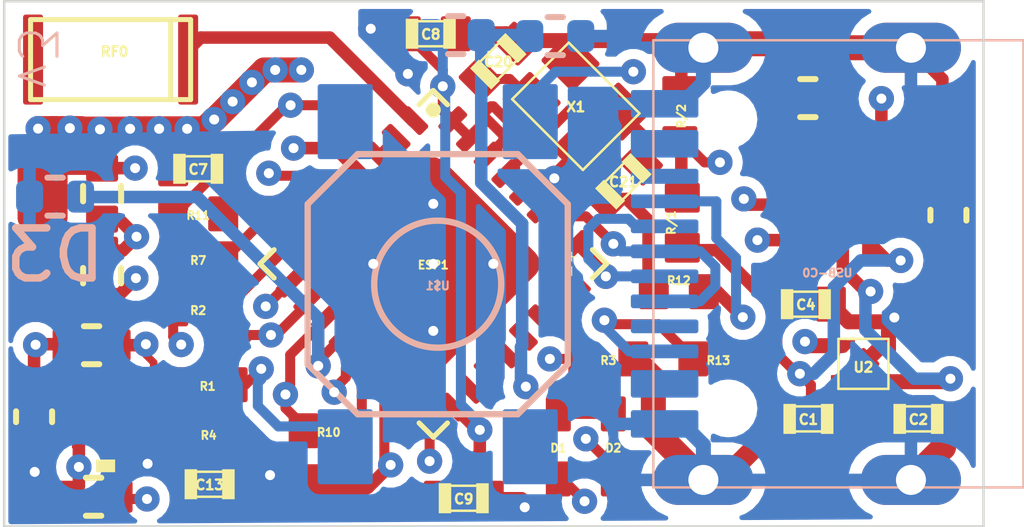
<source format=kicad_pcb>
(kicad_pcb (version 20221018) (generator pcbnew)
  (layers (0 "F.Cu" signal) (1 "In1.Cu" signal) (2 "In2.Cu" signal) (31 "B.Cu" signal) (34 "B.Paste" user) (35 "F.Paste" user) (36 "B.SilkS" user "B.Silkscreen") (37 "F.SilkS" user "F.Silkscreen") (38 "B.Mask" user) (39 "F.Mask" user) (44 "Edge.Cuts" user))
  (net 0 "")
  (net 1 "GND")
  (net 2 "+3V3")
  (net 3 "Net-(C20-2)")
  (net 4 "Net-(C21-2)")
  (net 5 "/EN_LDO")
  (net 6 "Net-(D2-PadA)")
  (net 7 "Net-(ESP1-LNA_IN)")
  (net 8 "/EN")
  (net 10 "unconnected-(ESP1-SPIHD-Pad19)")
  (net 13 "VPP")
  (net 14 "+VBAT")
  (net 18 "/RX")
  (net 19 "/TX")
  (net 20 "Net-(R1-Pad2)")
  (net 21 "Net-(USB-C0-CC1)")
  (net 22 "Net-(USB-C0-CC2)")
  (net 26 "/GPIO19_DP")
  (net 27 "/GPIO18_DM")
  (net 28 "/GPIO6_DIN")
  (net 29 "/GPIO5_BUTTON")
  (net 30 "/GPIO4_ADC")
  (net 31 "/GPIO3_LATCH")
  (net 32 "/GPIO2_STRP")
  (net 33 "/GPIO0_CS0")
  (net 34 "/GPIO1_CS1")
  (net 35 "/GPIO10_SCL")
  (net 36 "/GPIO9_STRP_SDA")
  (net 37 "/GPIO8_STRP")
  (net 38 "/GPIO7_CSEND")
  (net 42 "Net-(L_RX_1-S)")
  (net 43 "Net-(U3-ISEL2)")
  (net 44 "Net-(D4-K)")
  (footprint "Solderpad:Solderpad_1.5_1.0" (layer "F.Cu") (at 144.42 109.54)
    (fp_text reference "GPIO9" hide)
    (fp_text value "TP/SP-1.5X1.0" hide)
  )
  (footprint "footprints:MC3635_MEM-L" (layer "F.Cu") (at 139.95 107.9884 180)
    (fp_text reference "U1" hide)
    (fp_text value "MC3635" hide)
  )
  (footprint "C0402_S" (layer "F.Cu") (at 142.03 109.41 180)
    (fp_text reference "C13")
    (fp_text value "C0402_1u" hide)
  )
  (footprint "R0402" (layer "F.Cu") (at 150.0011 106.9036 180)
    (fp_text reference "R3")
    (fp_text value "R0402_1M" hide)
  )
  (footprint "R0402" (layer "F.Cu") (at 144.41 108.34)
    (fp_text reference "R10")
    (fp_text value "R0402_10K" hide)
  )
  (footprint "C0402_S" (layer "F.Cu") (at 156.2011 108.1036 180)
    (fp_text reference "C2")
    (fp_text value "C0402_1u" hide)
  )
  (footprint "SOLDERPAD_1.5X1.0" (layer "F.Cu") (at 154.0011 109.4036 90)
    (fp_text reference "BAT+0" hide)
    (fp_text value "TP/SP-1.5X1.0" hide)
  )
  (footprint "Solderpad:R_0402_1005Metric" (layer "F.Cu") (at 139.67 106.63)
    (fp_text reference "R5" hide)
    (fp_text value "R0402_4.7k" hide)
  )
  (footprint "Solderpad:Solderpad_1.5_1.0" (layer "F.Cu") (at 156.73 105.87 90)
    (fp_text reference "L_RX_1" hide)
    (fp_text value "TP/SP-1.5X1.0" hide)
  )
  (footprint "Solderpad:Solderpad_1.5_1.0" (layer "F.Cu") (at 138.66 103.51 -90)
    (fp_text reference "CAPSENS_PAD_0" hide)
    (fp_text value "TP/SP-1.5X1.0" hide)
  )
  (footprint "Solderpad:Solderpad_1.5_1.0" (layer "F.Cu") (at 156.65 102.17 -90)
    (fp_text reference "L_RX_2" hide)
    (fp_text value "TP/SP-1.5X1.0" hide)
  )
  (footprint "R0402" (layer "F.Cu") (at 152.2011 106.9036)
    (fp_text reference "R13")
    (fp_text value "R0402_5.1k" hide)
  )
  (footprint "C0402_S" (layer "F.Cu") (at 147.11 109.69 180)
    (fp_text reference "C9")
    (fp_text value "C0402_100n" hide)
  )
  (footprint "R0402" (layer "F.Cu") (at 141.8011 105.9036)
    (fp_text reference "R2")
    (fp_text value "R0402_1k" hide)
  )
  (footprint "R0402" (layer "F.Cu") (at 142.01 108.4 180)
    (fp_text reference "R4")
    (fp_text value "R0402_10k" hide)
  )
  (footprint "R0402" (layer "F.Cu") (at 151.41 105.56 180)
    (fp_text reference "R12")
    (fp_text value "R0402_5.1k" hide)
  )
  (footprint "XTYL_2016" (layer "F.Cu") (at 149.3511 101.8536 -45)
    (fp_text reference "X1")
    (fp_text value "XTAL_2016" hide)
  )
  (footprint "Solderpad:Solderpad_1.5_1.0" (layer "F.Cu") (at 138.72 105.32 90)
    (fp_text reference "CAPSENS_PAD_1" hide)
    (fp_text value "TP/SP-1.5X1.0" hide)
  )
  (footprint "C0402_S" (layer "F.Cu") (at 146.4511 100.4036 180)
    (fp_text reference "C8")
    (fp_text value "C0402_100n" hide)
  )
  (footprint "SOD523" (layer "F.Cu") (at 150.1011 108.6036 -90)
    (fp_text reference "D2")
    (fp_text value "4148" hide)
  )
  (footprint "Capacitor_SMD:C_0402_1005Metric" (layer "F.Cu") (at 156.8 104.03 -90)
    (fp_text reference "C4" hide)
    (fp_text value "C0402_33n" hide)
  )
  (footprint "R0402" (layer "F.Cu") (at 141.8011 104.0036)
    (fp_text reference "R11")
    (fp_text value "R0402_10K" hide)
  )
  (footprint "TDFN4" (layer "F.Cu") (at 155.1011 107.0036 90)
    (fp_text reference "U2")
    (fp_text value "MIC5504" hide)
  )
  (footprint "SOD523" (layer "F.Cu") (at 149.0011 108.6036 -90)
    (fp_text reference "D1")
    (fp_text value "4148" hide)
  )
  (footprint "R0402" (layer "F.Cu") (at 151.43 102.05 90)
    (fp_text reference "R/2")
    (fp_text value "R0402_250k" hide)
  )
  (footprint "C0402_S" (layer "F.Cu") (at 150.3011 103.3536 45)
    (fp_text reference "C21")
    (fp_text value "C0402_10PF" hide)
  )
  (footprint "SOLDERPAD_1.5X1.0" (layer "F.Cu") (at 154.0011 100.6036 90)
    (fp_text reference "BAT-0" hide)
    (fp_text value "TP/SP-1.5X1.0" hide)
  )
  (footprint "C0402_S" (layer "F.Cu") (at 154.0011 108.1036)
    (fp_text reference "C1")
    (fp_text value "C0402_1u" hide)
  )
  (footprint "Resistor_SMD:R_0402_1005Metric" (layer "F.Cu") (at 153.99 101.69 180)
    (fp_text reference "D4" hide)
    (fp_text value "LED SMLP14ECNWT86" hide)
  )
  (footprint "ANT3216LL00R2400A" (layer "F.Cu") (at 140.05 100.92 -90)
    (fp_text reference "RF0")
    (fp_text value "ANT3216LL00R2400A" hide)
  )
  (footprint "R0402" (layer "F.Cu") (at 151.48 104.18 90)
    (fp_text reference "R/1")
    (fp_text value "R0402_1M" hide)
  )
  (footprint "footprints_LTC:LTC4124EV-TRMPBF" (layer "F.Cu") (at 154.4383 103.65 -90)
    (fp_text reference "U3" hide)
    (fp_text value "LTC4124EV-TRMPBF" hide)
  )
  (footprint "R0402" (layer "F.Cu") (at 141.99 107.42)
    (fp_text reference "R1")
    (fp_text value "R0402_1k" hide)
  )
  (footprint "Solderpad:R_0402_1005Metric" (layer "F.Cu") (at 139.88 103.6 -90)
    (fp_text reference "R8" hide)
    (fp_text value "R0402_1M" hide)
  )
  (footprint "R0402" (layer "F.Cu") (at 141.8011 104.9036)
    (fp_text reference "R7")
    (fp_text value "R0402_10k" hide)
  )
  (footprint "C0402_S" (layer "F.Cu") (at 153.95 105.81 180)
    (fp_text reference "C4")
    (fp_text value "C-EU-0402-WOKEEPOUT_S" hide)
  )
  (footprint "Solderpad:R_0402_1005Metric" (layer "F.Cu") (at 139.71 109.66)
    (fp_text reference "R6" hide)
    (fp_text value "R0402_4.7k" hide)
  )
  (footprint "C0402_S" (layer "F.Cu") (at 141.8011 103.1036)
    (fp_text reference "C7")
    (fp_text value "C0402_10u" hide)
  )
  (footprint "Solderpad:R_0402_1005Metric" (layer "F.Cu") (at 139.88 105.24 -90)
    (fp_text reference "R9" hide)
    (fp_text value "R0402_1M" hide)
  )
  (footprint "QFN32" (layer "F.Cu") (at 146.5011 105.0036 -45)
    (fp_text reference "ESP1")
    (fp_text value "ESP32_C3_QFN32" hide)
  )
  (footprint "C0402_S" (layer "F.Cu") (at 147.8011 100.9536 -135)
    (fp_text reference "C20")
    (fp_text value "C0402_10PF" hide)
  )
  (footprint "Capacitor_SMD:C_0402_1005Metric" (layer "F.Cu") (at 138.52 108.06 90)
    (fp_text reference "C3" hide)
    (fp_text value "C0402_100n" hide)
  )
  (footprint "Resistor_SMD:R_0402_1005Metric" (layer "B.Cu") (at 138.94 103.66)
    (fp_text reference "D3")
    (fp_text value "LED SMLP14ECNWT86" hide)
  )
  (footprint "BUTTON_ST-1187-3" (layer "B.Cu") (at 146.59 105.41 90)
    (fp_text reference "U$1")
    (fp_text value "BUTTON_ST-1187-3" hide)
  )
  (footprint "Resistor_SMD:R_0402_1005Metric" (layer "B.Cu") (at 148.94 100.45)
    (fp_text reference "R16" hide)
    (fp_text value "JMPR0402_50mA" hide)
  )
  (footprint "USBC_C393939" (layer "B.Cu") (at 151.9011 105.0036 -90)
    (fp_text reference "USB-C0")
    (fp_text value "USB_C_C393939" hide)
  )
  (footprint "Resistor_SMD:R_0402_1005Metric" (layer "B.Cu") (at 146.95 100.43 180)
    (fp_text reference "R15" hide)
    (fp_text value "JMPR0402_100mA" hide)
  )
  (gr_line (start 157.5011 99.7536) (end 137.922 99.7536) (stroke (width 0.05)) (layer "Edge.Cuts"))
  (gr_line (start 157.5011 110.2536) (end 157.5011 99.7536) (stroke (width 0.05)) (layer "Edge.Cuts"))
  (gr_line (start 137.922 110.2536) (end 157.5011 110.2536) (stroke (width 0.05)) (layer "Edge.Cuts"))
  (gr_line (start 137.922 99.7536) (end 137.922 110.2536) (stroke (width 0.05)) (layer "Edge.Cuts"))
  (gr_text "v3\n" (at 138.57 100.89 270) (layer "B.SilkS") (effects (font (size 0.752978 0.752978) (thickness 0.059822)) (justify mirror)))
  (gr_text "-+" (at 149.2511 105.0036 90) (layer "F.SilkS") (effects (font (size 0.23368 0.23368) (thickness 0.02032))))
  (segment (start 142.120832 102.117974) (end 142.132026 102.117974) (width 0.5) (layer "F.Cu") (net 1))
  (segment (start 155.6011 106.1036) (end 155.5423 106.1624) (width 0.3) (layer "F.Cu") (net 1))
  (segment (start 141.3011 103.1036) (end 141.2011 103.0036) (width 0.3) (layer "F.Cu") (net 1))
  (segment (start 155.4511 106.6536) (end 155.6011 106.6536) (width 0.3) (layer "F.Cu") (net 1))
  (segment (start 155.79 103.4) (end 155.91 103.4) (width 0.25) (layer "F.Cu") (net 1))
  (segment (start 140.44 102.3036) (end 141.02 102.3036) (width 0.5) (layer "F.Cu") (net 1))
  (segment (start 140.522701 108.615) (end 140.4961 108.615) (width 0.25) (layer "F.Cu") (net 1))
  (segment (start 138.6 102.3) (end 138.95 102.3) (width 0.5) (layer "F.Cu") (net 1))
  (segment (start 155.9711 100.6036) (end 156.0511 100.6836) (width 0.5) (layer "F.Cu") (net 1))
  (segment (start 155.91 103.4) (end 156.68 102.63) (width 0.25) (layer "F.Cu") (net 1))
  (segment (start 142.58 109.4036) (end 142.58 108.47) (width 0.5) (layer "F.Cu") (net 1))
  (segment (start 148.9211 103.27355) (end 148.9211 103.2936) (width 0.3) (layer "F.Cu") (net 1))
  (segment (start 143.2376 109.2276) (end 143.0616 109.4036) (width 0.5) (layer "F.Cu") (net 1))
  (segment (start 143.1226 101.1274) (end 143.34 101.1274) (width 0.5) (layer "F.Cu") (net 1))
  (segment (start 156.7011 108.6736) (end 156.7011 108.1036) (width 0.5) (layer "F.Cu") (net 1))
  (segment (start 148.2147 100.54) (end 148.154653 100.600047) (width 0.3) (layer "F.Cu") (net 1))
  (segment (start 149.947543 103.227863) (end 149.947543 103.707157) (width 0.3) (layer "F.Cu") (net 1))
  (segment (start 156.65 103.4) (end 155.627601 103.4) (width 0.25) (layer "F.Cu") (net 1))
  (segment (start 147.61 109.69) (end 148.270458 109.69) (width 0.25) (layer "F.Cu") (net 1))
  (segment (start 153.2276 107.8301) (end 153.5011 108.1036) (width 0.3) (layer "F.Cu") (net 1))
  (segment (start 153.2276 107.4301) (end 153.2276 107.8301) (width 0.3) (layer "F.Cu") (net 1))
  (segment (start 150.805 105.455) (end 150.91 105.56) (width 0.25) (layer "F.Cu") (net 1))
  (segment (start 156.68 102.63) (end 156.68 102.21) (width 0.25) (layer "F.Cu") (net 1))
  (segment (start 146.9511 100.4036) (end 147.958206 100.4036) (width 0.3) (layer "F.Cu") (net 1))
  (segment (start 154.314374 100.6836) (end 156.0511 100.6836) (width 0.5) (layer "F.Cu") (net 1))
  (segment (start 152.7011 106.9036) (end 153.2276 107.4301) (width 0.3) (layer "F.Cu") (net 1))
  (segment (start 155.6011 106.6536) (end 155.6011 106.1036) (width 0.3) (layer "F.Cu") (net 1))
  (segment (start 138.52 108.54) (end 138.8716 108.1884) (width 0.15) (layer "F.Cu") (net 1))
  (segment (start 138.8716 108.1884) (end 139.4039 108.1884) (width 0.15) (layer "F.Cu") (net 1))
  (segment (start 141.3011 102.5825) (end 141.58 102.3036) (width 0.3) (layer "F.Cu") (net 1))
  (segment (start 140.79 109) (end 140.79 108.882299) (width 0.25) (layer "F.Cu") (net 1))
  (segment (start 154.8024 106.1624) (end 154.45 105.81) (width 0.3) (layer "F.Cu") (net 1))
  (segment (start 149.457165 102.737485) (end 149.947543 103.227863) (width 0.3) (layer "F.Cu") (net 1))
  (segment (start 155.6285 106.0762) (end 155.6011 106.1036) (width 0.25) (layer "F.Cu") (net 1))
  (segment (start 151.46 101.1247) (end 151.9011 100.6836) (width 0.25) (layer "F.Cu") (net 1))
  (segment (start 155.1011 107.0036) (end 155.4511 106.6536) (width 0.3) (layer "F.Cu") (net 1))
  (segment (start 143.34 101.1274) (end 143.862662 101.1274) (width 0.5) (layer "F.Cu") (net 1))
  (segment (start 140.078699 102.326001) (end 140.1011 102.3036) (width 0.2) (layer "F.Cu") (net 1))
  (segment (start 140.1011 102.3036) (end 140.44 102.3036) (width 0.2) (layer "F.Cu") (net 1))
  (segment (start 141.02 102.3036) (end 141.58 102.3036) (width 0.5) (layer "F.Cu") (net 1))
  (segment (start 156.68 101.3125) (end 156.0511 100.6836) (width 0.25) (layer "F.Cu") (net 1))
  (segment (start 151.7575 100.54) (end 148.2147 100.54) (width 0.3) (layer "F.Cu") (net 1))
  (segment (start 138.532409 109.162963) (end 138.52 109.150554) (width 0.25) (layer "F.Cu") (net 1))
  (segment (start 150.5011 106.9036) (end 150.9011 107.3036) (width 0.5) (layer "F.Cu") (net 1))
  (segment (start 139.48 102.31) (end 140.4336 102.31) (width 0.5) (layer "F.Cu") (net 1))
  (segment (start 150.805 104.140342) (end 150.805 105.455) (width 0.25) (layer "F.Cu") (net 1))
  (segment (start 149.947547 103.707153) (end 150.371811 103.707153) (width 0.25) (layer "F.Cu") (net 1))
  (segment (start 151.9811 100.6036) (end 154.0011 100.6036) (width 0.5) (layer "F.Cu") (net 1))
  (segment (start 154.8286 103.43) (end 154.93 103.43) (width 0.15) (layer "F.Cu") (net 1))
  (segment (start 142.875 101.375) (end 143.1226 101.1274) (width 0.5) (layer "F.Cu") (net 1))
  (segment (start 152.2811 109.3236) (end 151.9011 109.3236) (width 0.5) (layer "F.Cu") (net 1))
  (segment (start 154.6086 103.65) (end 154.8286 103.43) (width 0.15) (layer "F.Cu") (net 1))
  (segment (start 151.9011 100.6836) (end 151.7575 100.54) (width 0.3) (layer "F.Cu") (net 1))
  (segment (start 142.132026 102.117974) (end 142.49 101.76) (width 0.5) (layer "F.Cu") (net 1))
  (segment (start 140.4336 102.31) (end 140.44 102.3036) (width 0.5) (layer "F.Cu") (net 1))
  (segment (start 138.52 109.150554) (end 138.52 108.54) (width 0.25) (layer "F.Cu") (net 1))
  (segment (start 155.5423 106.1624) (end 154.8024 106.1624) (width 0.3) (layer "F.Cu") (net 1))
  (segment (start 156.8 103.55) (end 156.65 103.4) (width 0.25) (layer "F.Cu") (net 1))
  (segment (start 140.79 108.882299) (end 140.522701 108.615) (width 0.25) (layer "F.Cu") (net 1))
  (segment (start 142.49 101.76) (end 142.875 101.375) (width 0.5) (layer "F.Cu") (net 1))
  (segment (start 143.862662 101.1274) (end 143.86312 101.126942) (width 0.5) (layer "F.Cu") (net 1))
  (segment (start 154.4383 103.65) (end 154.6086 103.65) (width 0.25) (layer "F.Cu") (net 1))
  (segment (start 138.87 102.3) (end 139.47 102.3) (width 0.5) (layer "F.Cu") (net 1))
  (segment (start 155.744249 106.0762) (end 155.6285 106.0762) (width 0.25) (layer "F.Cu") (net 1))
  (segment (start 150.371811 103.707153) (end 150.805 104.140342) (width 0.25) (layer "F.Cu") (net 1))
  (segment (start 141.58 102.3036) (end 141.935206 102.3036) (width 0.5) (layer "F.Cu") (net 1))
  (segment (start 142.58 108.47) (end 142.51 108.4) (width 0.5) (layer "F.Cu") (net 1))
  (segment (start 156.0511 109.3236) (end 156.7011 108.6736) (width 0.5) (layer "F.Cu") (net 1))
  (segment (start 147.958206 100.4036) (end 148.154653 100.600047) (width 0.3) (layer "F.Cu") (net 1))
  (segment (start 156.68 102.21) (end 156.68 101.3125) (width 0.25) (layer "F.Cu") (net 1))
  (segment (start 143.0616 109.4036) (end 142.58 109.4036) (width 0.5) (layer "F.Cu") (net 1))
  (segment (start 151.46 101.58) (end 151.46 101.1247) (width 0.25) (layer "F.Cu") (net 1))
  (segment (start 150.9011 107.3036) (end 150.9011 108.3236) (width 0.5) (layer "F.Cu") (net 1))
  (segment (start 149.457165 102.737485) (end 148.9211 103.27355) (width 0.3) (layer "F.Cu") (net 1))
  (segment (start 141.935206 102.3036) (end 142.120832 102.117974) (width 0.5) (layer "F.Cu") (net 1))
  (segment (start 148.270458 109.69) (end 148.315956 109.735498) (width 0.25) (layer "F.Cu") (net 1))
  (segment (start 150.9011 108.3236) (end 151.9011 109.3236) (width 0.5) (layer "F.Cu") (net 1))
  (segment (start 153.5011 108.1036) (end 152.2811 109.3236) (width 0.4) (layer "F.Cu") (net 1))
  (segment (start 151.9011 100.6836) (end 151.9811 100.6036) (width 0.5) (layer "F.Cu") (net 1))
  (segment (start 156.7835 108.0212) (end 156.7011 108.1036) (width 0.5) (layer "F.Cu") (net 1))
  (segment (start 141.3011 103.1036) (end 141.3011 102.5825) (width 0.3) (layer "F.Cu") (net 1))
  (via (at 148.9211 103.2936) (size 0.5048) (drill 0.2) (layers "F.Cu" "B.Cu") (net 1))
  (via (at 146.5011 105.0036) (size 0.5048) (drill 0.2) (layers "F.Cu" "B.Cu") (net 1))
  (via (at 143.86312 101.126942) (size 0.5048) (drill 0.2) (layers "F.Cu" "B.Cu") (net 1))
  (via (at 140.44 102.3036) (size 0.5048) (drill 0.2) (layers "F.Cu" "B.Cu") (net 1))
  (via (at 143.2376 109.2276) (size 0.5048) (drill 0.2) (layers "F.Cu" "B.Cu") (net 1))
  (via (at 141.02 102.3036) (size 0.5048) (drill 0.2) (layers "F.Cu" "B.Cu") (net 1))
  (via (at 142.120832 102.117974) (size 0.5048) (drill 0.2) (layers "F.Cu" "B.Cu") (net 1))
  (via (at 146.5011 103.8036) (size 0.5048) (drill 0.2) (layers "F.Cu" "B.Cu") (net 1))
  (via (at 139.235745 102.290884) (size 0.5048) (drill 0.2) (layers "F.Cu" "B.Cu") (net 1))
  (via (at 145.2511 100.3036) (size 0.5048) (drill 0.2) (layers "F.Cu" "B.Cu") (net 1))
  (via (at 146.5011 106.3436) (size 0.5048) (drill 0.2) (layers "F.Cu" "B.Cu") (net 1))
  (via (at 143.34 101.1274) (size 0.5048) (drill 0.2) (layers "F.Cu" "B.Cu") (net 1))
  (via (at 145.3011 105.0036) (size 0.5048) (drill 0.2) (layers "F.Cu" "B.Cu") (net 1))
  (via (at 139.837692 102.314308) (size 0.5048) (drill 0.2) (layers "F.Cu" "B.Cu") (net 1))
  (via (at 148.33 109.87) (size 0.5048) (drill 0.2) (layers "F.Cu" "B.Cu") (net 1))
  (via (at 142.49 101.76) (size 0.5048) (drill 0.2) (layers "F.Cu" "B.Cu") (net 1))
  (via (at 142.875 101.375) (size 0.5048) (drill 0.2) (layers "F.Cu" "B.Cu") (net 1))
  (via (at 138.532409 109.162963) (size 0.5048) (drill 0.2) (layers "F.Cu" "B.Cu") (net 1))
  (via (at 155.719063 106.076958) (size 0.5048) (drill 0.2) (layers "F.Cu" "B.Cu") (net 1))
  (via (at 140.79 109) (size 0.5048) (drill 0.2) (layers "F.Cu" "B.Cu") (net 1))
  (via (at 141.58 102.3036) (size 0.5048) (drill 0.2) (layers "F.Cu" "B.Cu") (net 1))
  (via (at 145.993538 101.206) (size 0.5048) (drill 0.2) (layers "F.Cu" "B.Cu") (net 1))
  (via (at 138.6 102.3) (size 0.5048) (drill 0.2) (layers "F.Cu" "B.Cu") (net 1))
  (via (at 147.7011 105.0036) (size 0.5048) (drill 0.2) (layers "F.Cu" "B.Cu") (net 1))
  (segment (start 151.9011 101.3836) (end 151.4811 101.8036) (width 0.3) (layer "B.Cu") (net 1))
  (segment (start 151.1261 108.2036) (end 151.4811 108.2036) (width 0.3) (layer "B.Cu") (net 1))
  (segment (start 151.9011 108.6236) (end 151.4811 108.2036) (width 0.3) (layer "B.Cu") (net 1))
  (segment (start 151.9011 101.3836) (end 151.9011 100.6836) (width 0.3) (layer "B.Cu") (net 1))
  (segment (start 151.9011 108.6236) (end 151.9011 109.3236) (width 0.3) (layer "B.Cu") (net 1))
  (segment (start 151.1261 101.8036) (end 151.4811 101.8036) (width 0.3) (layer "B.Cu") (net 1))
  (segment (start 147.4311 108.3236) (end 147.4311 108.78763) (width 0.25) (layer "F.Cu") (net 2))
  (segment (start 155.147275 105.556005) (end 154.6883 105.09703) (width 0.25) (layer "F.Cu") (net 2))
  (segment (start 139.2 109.66) (end 139.0648 109.66) (width 0.25) (layer "F.Cu") (net 2))
  (segment (start 153.48 101.69) (end 153.48 102.540001) (width 0.25) (layer "F.Cu") (net 2))
  (segment (start 143.545803 107.614754) (end 143.545803 107.885803) (width 0.2) (layer "F.Cu") (net 2))
  (segment (start 153.59 101.7) (end 153.58 101.69) (width 0.25) (layer "F.Cu") (net 2))
  (segment (start 156.78 107.36) (end 156.84 107.3) (width 0.3) (layer "F.Cu") (net 2))
  (segment (start 153.5366 102.899999) (end 153.688299 102.7483) (width 0.25) (layer "F.Cu") (net 2))
  (segment (start 146.6911 101.1236) (end 146.6911 101.4536) (width 0.2) (layer "F.Cu") (net 2))
  (segment (start 138.55 106.62) (end 138.56 106.61) (width 0.25) (layer "F.Cu") (net 2))
  (segment (start 155.188301 102.7483) (end 155.46 102.476601) (width 0.25) (layer "F.Cu") (net 2))
  (segment (start 155.6011 108.0036) (end 155.7011 108.1036) (width 0.3) (layer "F.Cu") (net 2))
  (segment (start 143.6487 101.832203) (end 144.390366 101.832203) (width 0.2) (layer "F.Cu") (net 2))
  (segment (start 146.59 109.71) (end 146.61 109.69) (width 0.25) (layer "F.Cu") (net 2))
  (segment (start 155.244347 105.556005) (end 155.147275 105.556005) (width 0.25) (layer "F.Cu") (net 2))
  (segment (start 154.1883 102.7483) (end 153.688299 102.7483) (width 0.25) (layer "F.Cu") (net 2))
  (segment (start 153.5366 103.4) (end 153.5366 103.8203) (width 0.25) (layer "F.Cu") (net 2))
  (segment (start 139.415665 109.063902) (end 139.415665 109.444335) (width 0.25) (layer "F.Cu") (net 2))
  (segment (start 146.6911 101.94091) (end 146.6911 101.4536) (width 0.2) (layer "F.Cu") (net 2))
  (segment (start 155.6011 107.3536) (end 155.6011 108.0036) (width 0.3) (layer "F.Cu") (net 2))
  (segment (start 147.243563 102.493372) (end 146.89001 102.139819) (width 0.2) (layer "F.Cu") (net 2))
  (segment (start 144.344425 106.118787) (end 144.344425 106.099612) (width 0.2) (layer "F.Cu") (net 2))
  (segment (start 155.645 107.36) (end 156.78 107.36) (width 0.3) (layer "F.Cu") (net 2))
  (segment (start 142.2411 103.1036) (end 142.3011 103.1036) (width 0.2) (layer "F.Cu") (net 2))
  (segment (start 138.52 106.65) (end 138.56 106.61) (width 0.25) (layer "F.Cu") (net 2))
  (segment (start 143.64 106.823212) (end 144.344425 106.118787) (width 0.2) (layer "F.Cu") (net 2))
  (segment (start 138.96 106.61) (end 139.4039 107.0539) (width 0.15) (layer "F.Cu") (net 2))
  (segment (start 145.9511 100.4036) (end 145.9711 100.4036) (width 0.2) (layer "F.Cu") (net 2))
  (segment (start 155.46 102.476601) (end 155.46 101.7) (width 0.25) (layer "F.Cu") (net 2))
  (segment (start 152.825645 103.8203) (end 153.5366 103.8203) (width 0.25) (layer "F.Cu") (net 2))
  (segment (start 141.3411 104.0036) (end 142.2411 103.1036) (width 0.2) (layer "F.Cu") (net 2))
  (segment (start 153.5366 103.4) (end 153.5366 102.899999) (width 0.25) (layer "F.Cu") (net 2))
  (segment (start 146.89001 102.139819) (end 146.6911 101.94091) (width 0.2) (layer "F.Cu") (net 2))
  (segment (start 154.1883 104.5517) (end 154.6883 104.5517) (width 0.25) (layer "F.Cu") (net 2))
  (segment (start 138.56 106.61) (end 138.96 106.61) (width 0.25) (layer "F.Cu") (net 2))
  (segment (start 153.58 101.69) (end 153.48 101.69) (width 0.25) (layer "F.Cu") (net 2))
  (segment (start 146.89001 107.867381) (end 146.894882 107.867381) (width 0.2) (layer "F.Cu") (net 2))
  (segment (start 147.3511 108.3236) (end 147.4311 108.3236) (width 0.2) (layer "F.Cu") (net 2))
  (segment (start 152.710287 103.704942) (end 152.825645 103.8203) (width 0.25) (layer "F.Cu") (net 2))
  (segment (start 139.4039 107.388401) (end 139.4039 107.7884) (width 0.15) (layer "F.Cu") (net 2))
  (segment (start 154.6883 105.09703) (end 154.6883 104.5517) (width 0.25) (layer "F.Cu") (net 2))
  (segment (start 141.3011 104.0036) (end 141.3411 104.0036) (width 0.2) (layer "F.Cu") (net 2))
  (segment (start 143.545803 107.614754) (end 143.64 107.520557) (width 0.2) (layer "F.Cu") (net 2))
  (segment (start 153.48 102.540001) (end 153.688299 102.7483) (width 0.25) (layer "F.Cu") (net 2))
  (segment (start 138.52 107.58) (end 138.52 106.65) (width 0.25) (layer "F.Cu") (net 2))
  (segment (start 141.3011 104.0036) (end 141.3011 104.9036) (width 0.3) (layer "F.Cu") (net 2))
  (segment (start 155.7011 107.98822) (end 155.7011 108.1036) (width 0.25) (layer "F.Cu") (net 2))
  (segment (start 146.61 109.60873) (end 146.61 109.69) (width 0.25) (layer "F.Cu") (net 2))
  (segment (start 139.415665 109.444335) (end 139.2 109.66) (width 0.25) (layer "F.Cu") (net 2))
  (segment (start 143.6487 101.832203) (end 143.572497 101.832203) (width 0.2) (layer "F.Cu") (net 2))
  (segment (start 143.64 107.520557) (end 143.64 106.823212) (width 0.2) (layer "F.Cu") (net 2))
  (segment (start 139.415665 108.626765) (end 139.4039 108.615) (width 0.25) (layer "F.Cu") (net 2))
  (segment (start 145.405088 102.846925) (end 145.758641 102.493372) (width 0.2) (layer "F.Cu") (net 2))
  (segment (start 145.9711 100.4036) (end 146.6911 101.1236) (width 0.2) (layer "F.Cu") (net 2))
  (segment (start 139.415665 109.234335) (end 139.415665 108.626765) (width 0.25) (layer "F.Cu") (net 2))
  (segment (start 139.4039 107.0539) (end 139.4039 107.388401) (width 0.15) (layer "F.Cu") (net 2))
  (segment (start 147.3511 108.3236) (end 146.894882 107.867381) (width 0.2) (layer "F.Cu") (net 2))
  (segment (start 143.572497 101.832203) (end 142.3011 103.1036) (width 0.2) (layer "F.Cu") (net 2))
  (segment (start 144.390366 101.832203) (end 145.405088 102.846925) (width 0.2) (layer "F.Cu") (net 2))
  (segment (start 143.545803 107.885803) (end 143.99 108.33) (width 0.2) (layer "F.Cu") (net 2))
  (segment (start 147.4311 108.78763) (end 146.61 109.60873) (width 0.25) (layer "F.Cu") (net 2))
  (segment (start 146.56 109.71) (end 146.59 109.71) (width 0.25) (layer "F.Cu") (net 2))
  (via (at 152.710287 103.704942) (size 0.5048) (drill 0.2) (layers "F.Cu" "B.Cu") (net 2))
  (via (at 156.84 107.3) (size 0.5048) (drill 0.2) (layers "F.Cu" "B.Cu") (net 2))
  (via (at 147.4311 108.3236) (size 0.5048) (drill 0.2) (layers "F.Cu" "B.Cu") (net 2))
  (via (at 143.6487 101.832203) (size 0.5048) (drill 0.2) (layers "F.Cu" "B.Cu") (net 2))
  (via (at 143.545803 107.614754) (size 0.5048) (drill 0.2) (layers "F.Cu" "B.Cu") (net 2))
  (via (at 139.415665 109.063902) (size 0.5048) (drill 0.2) (layers "F.Cu" "B.Cu") (net 2))
  (via (at 155.244347 105.556005) (size 0.5048) (drill 0.2) (layers "F.Cu" "B.Cu") (net 2))
  (via (at 146.6911 101.4536) (size 0.5048) (drill 0.2) (layers "F.Cu" "B.Cu") (net 2))
  (via (at 138.55 106.62) (size 0.5048) (drill 0.2) (layers "F.Cu" "B.Cu") (net 2))
  (via (at 155.46 101.7) (size 0.5048) (drill 0.2) (layers "F.Cu" "B.Cu") (net 2))
  (segment (start 155.244347 105.556005) (end 155.141663 105.658689) (width 0.25) (layer "B.Cu") (net 2))
  (segment (start 146.74 103.261288) (end 146.74 101.5025) (width 0.2) (layer "B.Cu") (net 2))
  (segment (start 147.0535 107.8135) (end 147.0535 103.574788) (width 0.2) (layer "B.Cu") (net 2))
  (segment (start 155.141663 106.321663) (end 156.12 107.3) (width 0.25) (layer "B.Cu") (net 2))
  (segment (start 147.4311 108.1911) (end 147.0535 107.8135) (width 0.2) (layer "B.Cu") (net 2))
  (segment (start 156.12 107.3) (end 156.84 107.3) (width 0.25) (layer "B.Cu") (net 2))
  (segment (start 155.141663 105.658689) (end 155.141663 106.321663) (width 0.25) (layer "B.Cu") (net 2))
  (segment (start 143.6487 101.832203) (end 143.542797 101.832203) (width 0.2) (layer "B.Cu") (net 2))
  (segment (start 146.6911 100.6811) (end 146.44 100.43) (width 0.2) (layer "B.Cu") (net 2))
  (segment (start 146.6911 101.4536) (end 146.6911 100.6811) (width 0.2) (layer "B.Cu") (net 2))
  (segment (start 147.4311 108.3236) (end 147.4311 108.1911) (width 0.2) (layer "B.Cu") (net 2))
  (segment (start 143.545803 107.614754) (end 143.648416 107.512141) (width 0.2) (layer "B.Cu") (net 2))
  (segment (start 147.0535 103.574788) (end 146.74 103.261288) (width 0.2) (layer "B.Cu") (net 2))
  (segment (start 146.74 101.5025) (end 146.6911 101.4536) (width 0.2) (layer "B.Cu") (net 2))
  (segment (start 147.6511 101.8536) (end 147.7011 101.8536) (width 0.2) (layer "F.Cu") (net 3))
  (segment (start 148.026837 101.307157) (end 148.467215 101.747535) (width 0.2) (layer "F.Cu") (net 3))
  (segment (start 147.5211 102.0536) (end 147.9011 102.4336) (width 0.2) (layer "F.Cu") (net 3))
  (segment (start 148.11115 102.1036) (end 148.467215 101.747535) (width 0.2) (layer "F.Cu") (net 3))
  (segment (start 147.9011 102.542938) (end 147.597112 102.846925) (width 0.2) (layer "F.Cu") (net 3))
  (segment (start 147.5211 101.9836) (end 147.6511 101.8536) (width 0.2) (layer "F.Cu") (net 3))
  (segment (start 147.447547 101.307157) (end 148.026837 101.307157) (width 0.2) (layer "F.Cu") (net 3))
  (segment (start 147.5211 102.0536) (end 147.5211 101.9836) (width 0.2) (layer "F.Cu") (net 3))
  (segment (start 147.9511 102.1036) (end 148.11115 102.1036) (width 0.2) (layer "F.Cu") (net 3))
  (segment (start 147.9011 102.4336) (end 147.9011 102.542938) (width 0.2) (layer "F.Cu") (net 3))
  (segment (start 147.7011 101.8536) (end 147.9511 102.1036) (width 0.2) (layer "F.Cu") (net 3))
  (segment (start 150.654653 102.379341) (end 150.654653 103.000047) (width 0.2) (layer "F.Cu") (net 4))
  (segment (start 150.234981 101.959669) (end 150.654653 102.379341) (width 0.2) (layer "F.Cu") (net 4))
  (segment (start 147.950668 103.200479) (end 149.221478 101.929669) (width 0.2) (layer "F.Cu") (net 4))
  (segment (start 150.204981 101.929669) (end 149.221478 101.929669) (width 0.2) (layer "F.Cu") (net 4))
  (segment (start 150.204981 101.929669) (end 150.234981 101.959669) (width 0.2) (layer "F.Cu") (net 4))
  (segment (start 149.5011 107.4036) (end 149.5011 106.9036) (width 0.2) (layer "F.Cu") (net 5))
  (segment (start 149.0011 108.0036) (end 149.0011 107.9036) (width 0.2) (layer "F.Cu") (net 5))
  (segment (start 149.0011 108.0036) (end 150.1011 108.0036) (width 0.2) (layer "F.Cu") (net 5))
  (segment (start 154.015 106.64) (end 154.665 106.64) (width 0.3) (layer "F.Cu") (net 5))
  (segment (start 153.9324 106.5576) (end 154.0284 106.6536) (width 0.2) (layer "F.Cu") (net 5))
  (segment (start 149.5011 106.9036) (end 148.832759 106.9036) (width 0.2) (layer "F.Cu") (net 5))
  (segment (start 148.832759 106.9036) (end 148.831928 106.904431) (width 0.2) (layer "F.Cu") (net 5))
  (segment (start 149.5011 107.4036) (end 149.0011 107.9036) (width 0.2) (layer "F.Cu") (net 5))
  (via (at 153.9324 106.5576) (size 0.5048) (drill 0.2) (layers "F.Cu" "B.Cu") (net 5))
  (via (at 148.831928 106.904431) (size 0.5048) (drill 0.2) (layers "F.Cu" "B.Cu") (net 5))
  (segment (start 141.3011 106.457263) (end 141.3011 105.9036) (width 0.2) (layer "F.Cu") (net 6))
  (segment (start 149.551475 108.502012) (end 150.1011 109.051637) (width 0.2) (layer "F.Cu") (net 6))
  (segment (start 141.461437 106.6176) (end 141.3011 106.457263) (width 0.2) (layer "F.Cu") (net 6))
  (segment (start 150.1011 109.051637) (end 150.1011 109.3036) (width 0.2) (layer "F.Cu") (net 6))
  (via (at 149.551475 108.502012) (size 0.5048) (drill 0.2) (layers "F.Cu" "B.Cu") (net 6))
  (via (at 141.461437 106.6176) (size 0.5048) (drill 0.2) (layers "F.Cu" "B.Cu") (net 6))
  (segment (start 146.112194 102.139819) (end 146.089819 102.139819) (width 0.25) (layer "F.Cu") (net 7))
  (segment (start 141.61 100.72) (end 141.61 100.95) (width 0.25) (layer "F.Cu") (net 7))
  (segment (start 144.43 100.48) (end 141.85 100.48) (width 0.25) (layer "F.Cu") (net 7))
  (segment (start 141.85 100.48) (end 141.61 100.72) (width 0.25) (layer "F.Cu") (net 7))
  (segment (start 146.089819 102.139819) (end 144.43 100.48) (width 0.25) (layer "F.Cu") (net 7))
  (segment (start 143.1549 104.0798) (end 142.3311 104.9036) (width 0.2) (layer "F.Cu") (net 8))
  (segment (start 143.809532 104.0798) (end 143.1549 104.0798) (width 0.2) (layer "F.Cu") (net 8))
  (segment (start 142.3311 104.9036) (end 142.3011 104.9036) (width 0.2) (layer "F.Cu") (net 8))
  (segment (start 143.990872 104.261141) (end 143.809532 104.0798) (width 0.2) (layer "F.Cu") (net 8))
  (segment (start 147.610276 107.160276) (end 147.597116 107.160276) (width 0.2) (layer "F.Cu") (net 10))
  (segment (start 154.0511 107.4211) (end 154.0511 107.607686) (width 0.2) (layer "F.Cu") (net 14))
  (segment (start 153.38 106.804682) (end 153.775318 107.2) (width 0.2) (layer "F.Cu") (net 14))
  (segment (start 155.845189 104.936042) (end 155.572643 104.936042) (width 0.25) (layer "F.Cu") (net 14))
  (segment (start 153.216567 105.78) (end 153.61 105.78) (width 0.25) (layer "F.Cu") (net 14))
  (segment (start 155.572643 104.936042) (end 155.188301 104.5517) (width 0.25) (layer "F.Cu") (net 14))
  (segment (start 153.775318 107.2) (end 153.83 107.2) (width 0.2) (layer "F.Cu") (net 14))
  (segment (start 153.83 107.2) (end 154.0511 107.4211) (width 0.2) (layer "F.Cu") (net 14))
  (segment (start 152.166567 104.73) (end 153.216567 105.78) (width 0.25) (layer "F.Cu") (net 14))
  (segment (start 153.38 106.09) (end 153.38 106.804682) (width 0.2) (layer "F.Cu") (net 14))
  (segment (start 151.48 104.73) (end 152.166567 104.73) (width 0.25) (layer "F.Cu") (net 14))
  (segment (start 153.59 105.88) (end 153.38 106.09) (width 0.2) (layer "F.Cu") (net 14))
  (segment (start 154.5011 108.9036) (end 154.5011 108.1036) (width 0.25) (layer "F.Cu") (net 14))
  (segment (start 154.0011 109.4036) (end 154.5011 108.9036) (width 0.25) (layer "F.Cu") (net 14))
  (segment (start 154.6011 107.3536) (end 154.6011 108.0036) (width 0.3) (layer "F.Cu") (net 14))
  (segment (start 154.0511 107.607686) (end 154.222014 107.7786) (width 0.2) (layer "F.Cu") (net 14))
  (segment (start 154.6011 108.0036) (end 154.5011 108.1036) (width 0.3) (layer "F.Cu") (net 14))
  (segment (start 154.222014 107.7786) (end 154.6011 107.7786) (width 0.2) (layer "F.Cu") (net 14))
  (via (at 153.83 107.2) (size 0.5048) (drill 0.2) (layers "F.Cu" "B.Cu") (net 14))
  (via (at 150.5011 101.1622) (size 0.5048) (drill 0.2) (layers "F.Cu" "B.Cu") (net 14))
  (via (at 155.845189 104.936042) (size 0.5048) (drill 0.2) (layers "F.Cu" "B.Cu") (net 14))
  (segment (start 154.5098 105.473633) (end 154.5098 106.796767) (width 0.25) (layer "B.Cu") (net 14))
  (segment (start 155.047391 104.936042) (end 154.5098 105.473633) (width 0.25) (layer "B.Cu") (net 14))
  (segment (start 154.106567 107.2) (end 153.83 107.2) (width 0.25) (layer "B.Cu") (net 14))
  (segment (start 148.3511 101.7536) (end 148.9425 101.1622) (width 0.2) (layer "B.Cu") (net 14))
  (segment (start 154.5098 106.796767) (end 154.106567 107.2) (width 0.25) (layer "B.Cu") (net 14))
  (segment (start 155.845189 104.936042) (end 155.047391 104.936042) (width 0.25) (layer "B.Cu") (net 14))
  (segment (start 148.9425 101.1622) (end 150.5011 101.1622) (width 0.2) (layer "B.Cu") (net 14))
  (segment (start 143.061549 107.102656) (end 142.744205 107.42) (width 0.2) (layer "F.Cu") (net 20))
  (segment (start 142.3175 107.42) (end 142.3011 107.4036) (width 0.2) (layer "F.Cu") (net 20))
  (segment (start 142.744205 107.42) (end 142.3175 107.42) (width 0.2) (layer "F.Cu") (net 20))
  (via (at 143.061549 107.102656) (size 0.5048) (drill 0.2) (layers "F.Cu" "B.Cu") (net 20))
  (segment (start 142.993403 107.380085) (end 142.993403 107.843566) (width 0.2) (layer "B.Cu") (net 20))
  (segment (start 143.403437 108.2536) (end 144.6511 108.2536) (width 0.2) (layer "B.Cu") (net 20))
  (segment (start 143.061549 107.102656) (end 143.061549 107.311939) (width 0.2) (layer "B.Cu") (net 20))
  (segment (start 142.993403 107.843566) (end 143.403437 108.2536) (width 0.2) (layer "B.Cu") (net 20))
  (segment (start 143.061549 107.311939) (end 142.993403 107.380085) (width 0.2) (layer "B.Cu") (net 20))
  (segment (start 152.18 105.56) (end 152.69 106.07) (width 0.25) (layer "F.Cu") (net 21))
  (segment (start 151.91 105.56) (end 152.18 105.56) (width 0.25) (layer "F.Cu") (net 21))
  (segment (start 152.1011 105.457686) (end 152.1011 105.5036) (width 0.2) (layer "F.Cu") (net 21))
  (via (at 152.69 106.07) (size 0.5048) (drill 0.2) (layers "F.Cu" "B.Cu") (net 21))
  (segment (start 151.1261 103.7536) (end 152.160034 103.7536) (width 0.2) (layer "B.Cu") (net 21))
  (segment (start 152.554113 104.882683) (end 152.554113 105.934113) (width 0.2) (layer "B.Cu") (net 21))
  (segment (start 152.554113 105.934113) (end 152.69 106.07) (width 0.2) (layer "B.Cu") (net 21))
  (segment (start 152.160034 103.7536) (end 152.160034 104.488604) (width 0.2) (layer "B.Cu") (net 21))
  (segment (start 152.160034 104.488604) (end 152.554113 104.882683) (width 0.2) (layer "B.Cu") (net 21))
  (segment (start 150.001978 106.21) (end 151.0075 106.21) (width 0.2) (layer "F.Cu") (net 22))
  (segment (start 149.922593 106.130615) (end 150.001978 106.21) (width 0.2) (layer "F.Cu") (net 22))
  (segment (start 151.0075 106.21) (end 151.7011 106.9036) (width 0.2) (layer "F.Cu") (net 22))
  (via (at 149.922593 106.130615) (size 0.5048) (drill 0.2) (layers "F.Cu" "B.Cu") (net 22))
  (segment (start 149.922593 106.258507) (end 150.417686 106.7536) (width 0.2) (layer "B.Cu") (net 22))
  (segment (start 149.922593 106.130615) (end 149.922593 106.258507) (width 0.2) (layer "B.Cu") (net 22))
  (segment (start 150.417686 106.7536) (end 151.1261 106.7536) (width 0.2) (layer "B.Cu") (net 22))
  (segment (start 149.011328 104.261141) (end 149.218868 104.0536) (width 0.2) (layer "F.Cu") (net 26))
  (segment (start 149.5511 104.0536) (end 150.1011 104.6036) (width 0.2) (layer "F.Cu") (net 26))
  (segment (start 149.218868 104.0536) (end 149.5511 104.0536) (width 0.2) (layer "F.Cu") (net 26))
  (via (at 150.1011 104.6036) (size 0.5048) (drill 0.2) (layers "F.Cu" "B.Cu") (net 26))
  (segment (start 151.834514 105.7536) (end 151.1261 105.7536) (width 0.2) (layer "B.Cu") (net 26))
  (segment (start 151.1261 104.7536) (end 150.2511 104.7536) (width 0.2) (layer "B.Cu") (net 26))
  (segment (start 150.2511 104.7536) (end 150.1011 104.6036) (width 0.2) (layer "B.Cu") (net 26))
  (segment (start 151.1261 104.7536) (end 151.834514 104.7536) (width 0.2) (layer "B.Cu") (net 26))
  (segment (start 152.14 105.448114) (end 151.834514 105.7536) (width 0.2) (layer "B.Cu") (net 26))
  (segment (start 152.14 105.059086) (end 152.14 105.448114) (width 0.2) (layer "B.Cu") (net 26))
  (segment (start 151.834514 104.7536) (end 152.14 105.059086) (width 0.2) (layer "B.Cu") (net 26))
  (segment (start 149.9511 105.200912) (end 149.9511 105.2536) (width 0.2) (layer "F.Cu") (net 27))
  (segment (start 149.364881 104.614694) (end 149.9511 105.200912) (width 0.2) (layer "F.Cu") (net 27))
  (via (at 149.9511 105.2536) (size 0.5048) (drill 0.2) (layers "F.Cu" "B.Cu") (net 27))
  (segment (start 149.6011 104.3036) (end 149.8011 104.1036) (width 0.2) (layer "B.Cu") (net 27))
  (segment (start 149.6011 104.9036) (end 149.6011 104.3036) (width 0.2) (layer "B.Cu") (net 27))
  (segment (start 151.1261 105.2536) (end 149.9511 105.2536) (width 0.2) (layer "B.Cu") (net 27))
  (segment (start 149.8011 104.1036) (end 150.4011 104.1036) (width 0.2) (layer "B.Cu") (net 27))
  (segment (start 150.5511 104.2536) (end 151.1261 104.2536) (width 0.2) (layer "B.Cu") (net 27))
  (segment (start 149.9511 105.2536) (end 149.6011 104.9036) (width 0.2) (layer "B.Cu") (net 27))
  (segment (start 150.4011 104.1036) (end 150.5511 104.2536) (width 0.2) (layer "B.Cu") (net 27))
  (segment (start 144.200816 107.043609) (end 144.200816 106.950331) (width 0.2) (layer "F.Cu") (net 28))
  (segment (start 144.200816 106.950331) (end 144.697979 106.453168) (width 0.2) (layer "F.Cu") (net 28))
  (via (at 144.200816 107.043609) (size 0.5048) (drill 0.2) (layers "F.Cu" "B.Cu") (net 28))
  (segment (start 141.781467 103.6674) (end 144.200816 106.086749) (width 0.25) (layer "B.Cu") (net 28))
  (segment (start 139.45 103.66) (end 139.4574 103.6674) (width 0.25) (layer "B.Cu") (net 28))
  (segment (start 139.4574 103.6674) (end 141.781467 103.6674) (width 0.25) (layer "B.Cu") (net 28))
  (segment (start 144.200816 106.086749) (end 144.200816 107.043609) (width 0.25) (layer "B.Cu") (net 28))
  (segment (start 141.3011 108.4036) (end 141.52 108.1847) (width 0.2) (layer "F.Cu") (net 29))
  (segment (start 143.990872 105.79504) (end 143.990872 105.746059) (width 0.2) (layer "F.Cu") (net 29))
  (segment (start 141.54 109.1647) (end 141.54 108.6425) (width 0.2) (layer "F.Cu") (net 29))
  (segment (start 141.52 108.1847) (end 141.52 107.6225) (width 0.2) (layer "F.Cu") (net 29))
  (segment (start 141.460486 107.4036) (end 142.224086 106.64) (width 0.2) (layer "F.Cu") (net 29))
  (segment (start 141.52 107.6225) (end 141.3011 107.4036) (width 0.2) (layer "F.Cu") (net 29))
  (segment (start 142.824614 106.426) (end 143.359912 106.426) (width 0.2) (layer "F.Cu") (net 29))
  (segment (start 143.359912 106.426) (end 143.990872 105.79504) (width 0.2) (layer "F.Cu") (net 29))
  (segment (start 141.3011 109.4036) (end 141.54 109.1647) (width 0.2) (layer "F.Cu") (net 29))
  (segment (start 142.224086 106.64) (end 142.610614 106.64) (width 0.2) (layer "F.Cu") (net 29))
  (segment (start 141.3011 108.4036) (end 141.2911 108.4136) (width 0.2) (layer "F.Cu") (net 29))
  (segment (start 142.610614 106.64) (end 142.824614 106.426) (width 0.2) (layer "F.Cu") (net 29))
  (segment (start 141.54 108.6425) (end 141.3011 108.4036) (width 0.2) (layer "F.Cu") (net 29))
  (segment (start 141.3011 107.4036) (end 141.460486 107.4036) (width 0.2) (layer "F.Cu") (net 29))
  (segment (start 149.0011 109.3036) (end 149.078891 109.3036) (width 0.2) (layer "F.Cu") (net 29))
  (segment (start 149.078891 109.3036) (end 149.52559 109.750299) (width 0.2) (layer "F.Cu") (net 29))
  (via (at 143.256 106.426) (size 0.5048) (drill 0.2) (layers "F.Cu" "B.Cu") (net 29))
  (via (at 149.52559 109.750299) (size 0.5048) (drill 0.2) (layers "F.Cu" "B.Cu") (net 29))
  (segment (start 151.46 103.71) (end 151.48 103.73) (width 0.25) (layer "F.Cu") (net 30))
  (segment (start 152.232217 102.975112) (end 151.925112 102.975112) (width 0.2) (layer "F.Cu") (net 30))
  (segment (start 151.925112 102.975112) (end 151.43 102.48) (width 0.2) (layer "F.Cu") (net 30))
  (segment (start 143.637319 105.392506) (end 143.612194 105.392506) (width 0.2) (layer "F.Cu") (net 30))
  (segment (start 143.612194 105.392506) (end 143.1511 105.8536) (width 0.2) (layer "F.Cu") (net 30))
  (segment (start 151.46 102.58) (end 151.46 103.71) (width 0.25) (layer "F.Cu") (net 30))
  (via (at 152.232217 102.975112) (size 0.5048) (drill 0.2) (layers "F.Cu" "B.Cu") (net 30))
  (via (at 143.1511 105.8536) (size 0.5048) (drill 0.2) (layers "F.Cu" "B.Cu") (net 30))
  (segment (start 143.637319 104.614694) (end 142.348413 105.9036) (width 0.2) (layer "F.Cu") (net 31))
  (segment (start 142.348413 105.9036) (end 142.3011 105.9036) (width 0.2) (layer "F.Cu") (net 31))
  (segment (start 144.180438 103.7436) (end 142.5611 103.7436) (width 0.2) (layer "F.Cu") (net 32))
  (segment (start 144.344425 103.907588) (end 144.180438 103.7436) (width 0.2) (layer "F.Cu") (net 32))
  (segment (start 142.5611 103.7436) (end 142.3011 104.0036) (width 0.2) (layer "F.Cu") (net 32))
  (segment (start 143.708033 102.69) (end 144.541053 102.69) (width 0.25) (layer "F.Cu") (net 33))
  (segment (start 140.54 103.09) (end 139.88 103.09) (width 0.25) (layer "F.Cu") (net 33))
  (segment (start 138.69 103.55) (end 139.14 103.1) (width 0.25) (layer "F.Cu") (net 33))
  (segment (start 139.14 103.1) (end 139.87 103.1) (width 0.25) (layer "F.Cu") (net 33))
  (segment (start 143.731791 102.69) (end 143.732319 102.690528) (width 0.25) (layer "F.Cu") (net 33))
  (segment (start 144.541053 102.69) (end 145.051531 103.200478) (width 0.25) (layer "F.Cu") (net 33))
  (segment (start 139.87 103.1) (end 139.88 103.09) (width 0.25) (layer "F.Cu") (net 33))
  (segment (start 143.708033 102.69) (end 143.731791 102.69) (width 0.25) (layer "F.Cu") (net 33))
  (via (at 143.708033 102.69) (size 0.5048) (drill 0.2) (layers "F.Cu" "B.Cu") (net 33))
  (via (at 140.54 103.09) (size 0.5048) (drill 0.2) (layers "F.Cu" "B.Cu") (net 33))
  (segment (start 140.195918 105.65) (end 138.89 105.65) (width 0.25) (layer "F.Cu") (net 34))
  (segment (start 140.556181 105.289737) (end 140.195918 105.65) (width 0.25) (layer "F.Cu") (net 34))
  (segment (start 143.263718 103.2424) (end 144.386347 103.2424) (width 0.2) (layer "F.Cu") (net 34))
  (segment (start 143.213279 103.191961) (end 143.263718 103.2424) (width 0.2) (layer "F.Cu") (net 34))
  (segment (start 144.386347 103.2424) (end 144.697979 103.554032) (width 0.2) (layer "F.Cu") (net 34))
  (segment (start 138.89 105.65) (end 138.7 105.46) (width 0.25) (layer "F.Cu") (net 34))
  (via (at 143.213279 103.191961) (size 0.5048) (drill 0.2) (layers "F.Cu" "B.Cu") (net 34))
  (via (at 140.556181 105.289737) (size 0.5048) (drill 0.2) (layers "F.Cu" "B.Cu") (net 34))
  (segment (start 140.777573 109.704693) (end 140.114693 109.704693) (width 0.2) (layer "F.Cu") (net 35))
  (segment (start 140.114693 109.704693) (end 140.04 109.63) (width 0.2) (layer "F.Cu") (net 35))
  (segment (start 146.427859 108.18305) (end 146.112191 107.867382) (width 0.2) (layer "F.Cu") (net 35))
  (segment (start 140.04 109.63) (end 140.04 108.6245) (width 0.2) (layer "F.Cu") (net 35))
  (segment (start 140.04 108.6245) (end 139.95 108.5345) (width 0.2) (layer "F.Cu") (net 35))
  (segment (start 146.427859 108.948437) (end 146.427859 108.18305) (width 0.2) (layer "F.Cu") (net 35))
  (via (at 140.777573 109.704693) (size 0.5048) (drill 0.2) (layers "F.Cu" "B.Cu") (net 35))
  (via (at 146.427859 108.948437) (size 0.5048) (drill 0.2) (layers "F.Cu" "B.Cu") (net 35))
  (segment (start 140.91 108.0431) (end 140.7647 108.1884) (width 0.15) (layer "F.Cu") (net 36))
  (segment (start 140.735478 106.63) (end 140.18 106.63) (width 0.25) (layer "F.Cu") (net 36))
  (segment (start 144.5 109.48) (end 144.44 109.54) (width 0.25) (layer "F.Cu") (net 36))
  (segment (start 140.7556 106.821457) (end 140.91 106.975857) (width 0.15) (layer "F.Cu") (net 36))
  (segment (start 145.522878 108.898529) (end 145.522878 107.749589) (width 0.2) (layer "F.Cu") (net 36))
  (segment (start 140.7556 106.609878) (end 140.735478 106.63) (width 0.25) (layer "F.Cu") (net 36))
  (segment (start 145.522878 107.749589) (end 145.758638 107.513829) (width 0.2) (layer "F.Cu") (net 36))
  (segment (start 145.192841 109.48) (end 144.5 109.48) (width 0.25) (layer "F.Cu") (net 36))
  (segment (start 145.648595 109.024246) (end 145.522878 108.898529) (width 0.2) (layer "F.Cu") (net 36))
  (segment (start 140.7647 108.1884) (end 140.4961 108.1884) (width 0.15) (layer "F.Cu") (net 36))
  (segment (start 140.7556 106.609878) (end 140.7556 106.821457) (width 0.15) (layer "F.Cu") (net 36))
  (segment (start 145.648595 109.024246) (end 145.192841 109.48) (width 0.25) (layer "F.Cu") (net 36))
  (segment (start 140.91 106.975857) (end 140.91 108.0431) (width 0.15) (layer "F.Cu") (net 36))
  (via (at 145.648595 109.024246) (size 0.5048) (drill 0.2) (layers "F.Cu" "B.Cu") (net 36))
  (via (at 140.7556 106.609878) (size 0.5048) (drill 0.2) (layers "F.Cu" "B.Cu") (net 36))
  (segment (start 144.91 108.34) (end 145.0724 108.1776) (width 0.2) (layer "F.Cu") (net 37))
  (segment (start 145.0724 107.49296) (end 145.405084 107.160276) (width 0.2) (layer "F.Cu") (net 37))
  (segment (start 144.99 108.33) (end 144.98 108.34) (width 0.25) (layer "F.Cu") (net 37))
  (segment (start 144.98 108.34) (end 144.91 108.34) (width 0.25) (layer "F.Cu") (net 37))
  (segment (start 145.0724 108.1776) (end 145.0724 107.49296) (width 0.2) (layer "F.Cu") (net 37))
  (segment (start 144.753216 107.272421) (end 144.52 107.505637) (width 0.2) (layer "F.Cu") (net 38))
  (segment (start 139.98 104.74) (end 140.289964 104.74) (width 0.25) (layer "F.Cu") (net 38))
  (segment (start 139.88 104.11) (end 140.217654 104.11) (width 0.25) (layer "F.Cu") (net 38))
  (segment (start 140.289964 104.74) (end 140.568809 104.461155) (width 0.25) (layer "F.Cu") (net 38))
  (segment (start 139.85 104.87) (end 139.98 104.74) (width 0.25) (layer "F.Cu") (net 38))
  (segment (start 145.051531 106.806722) (end 144.753216 107.105037) (width 0.2) (layer "F.Cu") (net 38))
  (segment (start 144.753216 107.105037) (end 144.753216 107.272421) (width 0.2) (layer "F.Cu") (net 38))
  (segment (start 140.217654 104.11) (end 140.568809 104.461155) (width 0.25) (layer "F.Cu") (net 38))
  (segment (start 144.52 107.57) (end 144.52 107.540992) (width 0.25) (layer "F.Cu") (net 38))
  (segment (start 144.52 107.505637) (end 144.52 107.57) (width 0.2) (layer "F.Cu") (net 38))
  (via (at 140.568809 104.461155) (size 0.5048) (drill 0.2) (layers "F.Cu" "B.Cu") (net 38))
  (via (at 144.52 107.57) (size 0.5048) (drill 0.2) (layers "F.Cu" "B.Cu") (net 38))
  (segment (start 156.237601 104.51) (end 155.627601 103.9) (width 0.25) (layer "F.Cu") (net 42))
  (segment (start 156.8 105.73) (end 156.7 105.83) (width 0.25) (layer "F.Cu") (net 42))
  (segment (start 156.8 104.51) (end 156.8 105.73) (width 0.25) (layer "F.Cu") (net 42))
  (segment (start 156.8 104.51) (end 156.237601 104.51) (width 0.25) (layer "F.Cu") (net 42))
  (segment (start 153.665666 104.529067) (end 153.688299 104.5517) (width 0.25) (layer "F.Cu") (net 43))
  (segment (start 152.981709 104.529067) (end 153.665666 104.529067) (width 0.25) (layer "F.Cu") (net 43))
  (via (at 152.981709 104.529067) (size 0.5048) (drill 0.2) (layers "F.Cu" "B.Cu") (net 43))
  (via (at 148.351294 107.458514) (size 0.5048) (drill 0.2) (layers "F.Cu" "B.Cu") (net 43))
  (segment (start 148.2785 106.641292) (end 148.2785 104.198747) (width 0.25) (layer "B.Cu") (net 43))
  (segment (start 148.41 100.43) (end 148.43 100.45) (width 0.25) (layer "B.Cu") (net 43))
  (segment (start 148.254528 106.665264) (end 148.2785 106.641292) (width 0.25) (layer "B.Cu") (net 43))
  (segment (start 148.2785 104.198747) (end 147.46 103.380247) (width 0.25) (layer "B.Cu") (net 43))
  (segment (start 147.46 100.43) (end 148.41 100.43) (width 0.25) (layer "B.Cu") (net 43))
  (segment (start 148.351294 107.458514) (end 148.254528 107.361748) (width 0.25) (layer "B.Cu") (net 43))
  (segment (start 147.46 103.380247) (end 147.46 100.43) (width 0.25) (layer "B.Cu") (net 43))
  (segment (start 148.254528 107.361748) (end 148.254528 106.665264) (width 0.25) (layer "B.Cu") (net 43))
  (segment (start 154.6883 101.7783) (end 154.61 101.7) (width 0.25) (layer "F.Cu") (net 44))
  (segment (start 154.6883 102.7483) (end 154.6883 101.7783) (width 0.25) (layer "F.Cu") (net 44))
  (zone (net 1) (net_name "GND") (layer "B.Cu") (priority 6) (connect_pads (clearance 0.000001)) (min_thickness 0.1) (fill yes (thermal_gap 0.25) (thermal_bridge_width 0.25))
    (polygon (pts (xy 157.3471 110.0996) (xy 138.0051 110.2096) (xy 138.0051 102.4136) (xy 145.542521 102.3036) (xy 146.1011 102.862179) (xy 146.759679 102.2036) (xy 145.0011 100.445021) (xy 145.0011 99.9076) (xy 157.3471 99.9076)))
  )
)
</source>
